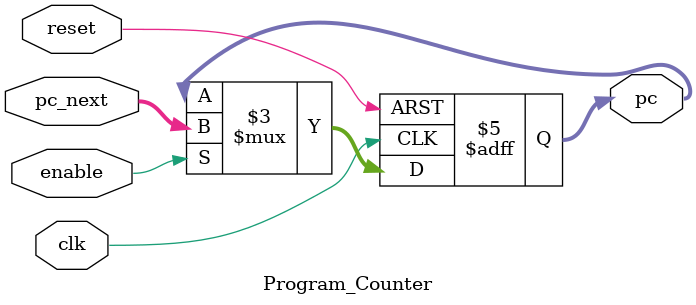
<source format=sv>
module Program_Counter(
        input logic clk,
        input logic [31:0] pc_next,
        input logic enable,
        input reset,
        output logic [31:0] pc
    );

    initial begin
        pc = 32'h00001000;
    end

    always_ff @(posedge clk or posedge reset) begin
        if (reset) begin
            pc <= 32'h00001000;
        end else if (enable) begin
            pc <= pc_next;
        end
    end
endmodule
</source>
